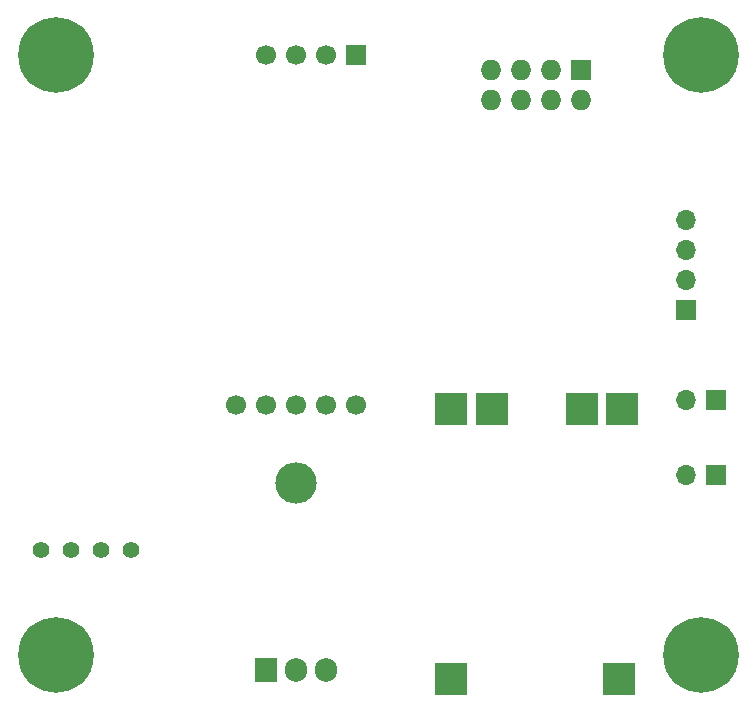
<source format=gbr>
%TF.GenerationSoftware,KiCad,Pcbnew,(5.1.10)-1*%
%TF.CreationDate,2022-04-16T20:13:42-07:00*%
%TF.ProjectId,S8-CO2 Sensor KiCAD,53382d43-4f32-4205-9365-6e736f72204b,rev?*%
%TF.SameCoordinates,Original*%
%TF.FileFunction,Soldermask,Bot*%
%TF.FilePolarity,Negative*%
%FSLAX46Y46*%
G04 Gerber Fmt 4.6, Leading zero omitted, Abs format (unit mm)*
G04 Created by KiCad (PCBNEW (5.1.10)-1) date 2022-04-16 20:13:42*
%MOMM*%
%LPD*%
G01*
G04 APERTURE LIST*
%ADD10C,1.700000*%
%ADD11R,1.700000X1.700000*%
%ADD12O,1.700000X1.700000*%
%ADD13R,1.727200X1.727200*%
%ADD14O,1.727200X1.727200*%
%ADD15R,2.800000X2.800000*%
%ADD16O,3.500000X3.500000*%
%ADD17R,1.905000X2.000000*%
%ADD18O,1.905000X2.000000*%
%ADD19C,6.400000*%
%ADD20C,0.800000*%
%ADD21C,1.397000*%
G04 APERTURE END LIST*
D10*
%TO.C,DB4*%
X135890000Y-99550000D03*
X133350000Y-99550000D03*
X130810000Y-99550000D03*
X128270000Y-99550000D03*
X128270000Y-69850000D03*
D11*
X135890000Y-69850000D03*
D10*
X133350000Y-69850000D03*
X130810000Y-69850000D03*
X125730000Y-99550000D03*
%TD*%
D12*
%TO.C,LION2*%
X163830000Y-105410000D03*
D11*
X166370000Y-105410000D03*
%TD*%
D13*
%TO.C,DB3*%
X154940000Y-71120000D03*
D14*
X154940000Y-73660000D03*
X152400000Y-71120000D03*
X152400000Y-73660000D03*
X149860000Y-71120000D03*
X149860000Y-73660000D03*
X147320000Y-71120000D03*
X147320000Y-73660000D03*
%TD*%
D15*
%TO.C,DB1*%
X155040000Y-99860000D03*
X147440000Y-99860000D03*
X158440000Y-99860000D03*
X143940000Y-99860000D03*
X158140000Y-122760000D03*
X143940000Y-122760000D03*
%TD*%
D11*
%TO.C,DB2*%
X163830000Y-91440000D03*
D12*
X163830000Y-88900000D03*
X163830000Y-86360000D03*
X163830000Y-83820000D03*
%TD*%
D11*
%TO.C,LION1*%
X166370000Y-99060000D03*
D12*
X163830000Y-99060000D03*
%TD*%
D16*
%TO.C,VR1*%
X130810000Y-106120000D03*
D17*
X128270000Y-121920000D03*
D18*
X130810000Y-121920000D03*
X133350000Y-121920000D03*
%TD*%
D19*
%TO.C,H1*%
X110490000Y-69850000D03*
D20*
X112890000Y-69850000D03*
X112187056Y-71547056D03*
X110490000Y-72250000D03*
X108792944Y-71547056D03*
X108090000Y-69850000D03*
X108792944Y-68152944D03*
X110490000Y-67450000D03*
X112187056Y-68152944D03*
%TD*%
%TO.C,H2*%
X166797056Y-68152944D03*
X165100000Y-67450000D03*
X163402944Y-68152944D03*
X162700000Y-69850000D03*
X163402944Y-71547056D03*
X165100000Y-72250000D03*
X166797056Y-71547056D03*
X167500000Y-69850000D03*
D19*
X165100000Y-69850000D03*
%TD*%
%TO.C,H3*%
X110490000Y-120650000D03*
D20*
X112890000Y-120650000D03*
X112187056Y-122347056D03*
X110490000Y-123050000D03*
X108792944Y-122347056D03*
X108090000Y-120650000D03*
X108792944Y-118952944D03*
X110490000Y-118250000D03*
X112187056Y-118952944D03*
%TD*%
%TO.C,H4*%
X166797056Y-118952944D03*
X165100000Y-118250000D03*
X163402944Y-118952944D03*
X162700000Y-120650000D03*
X163402944Y-122347056D03*
X165100000Y-123050000D03*
X166797056Y-122347056D03*
X167500000Y-120650000D03*
D19*
X165100000Y-120650000D03*
%TD*%
D21*
%TO.C,DS1*%
X109220000Y-111760000D03*
X111760000Y-111760000D03*
X114300000Y-111760000D03*
X116840000Y-111760000D03*
%TD*%
M02*

</source>
